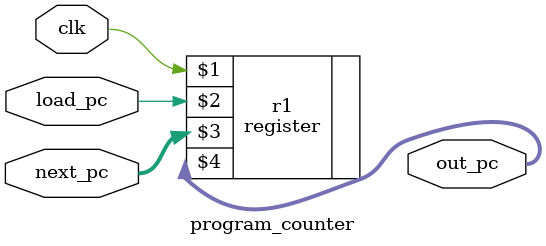
<source format=v>
module program_counter(clk, load_pc, next_pc, out_pc);
	input clk, load_pc;
	input [8:0] next_pc;
	output [8:0] out_pc;
	
	register #(9) r1(clk, load_pc, next_pc, out_pc);
	
endmodule
</source>
